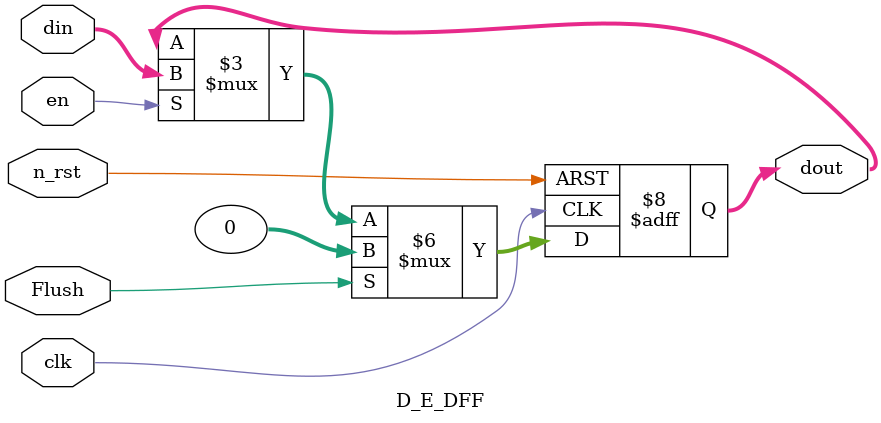
<source format=sv>
module D_E_DFF #(
    parameter WIDTH = 32,
    parameter RESET_VALUE = 0
)
(
    clk,
    n_rst,
    en,
    Flush,
    din,
    dout
);
    input clk;
    input n_rst;
    input en;
    input Flush;
    input [WIDTH-1:0]din;
    
    output reg[WIDTH-1:0]dout;

always@(posedge clk or negedge n_rst)
begin
    if(!n_rst) 
    begin
        dout <= RESET_VALUE;
    end
    else 
    begin
        if(Flush)begin
            dout <= RESET_VALUE;
        end
        else if  (en) begin
            dout <= din;
        end
    end
end

endmodule

</source>
